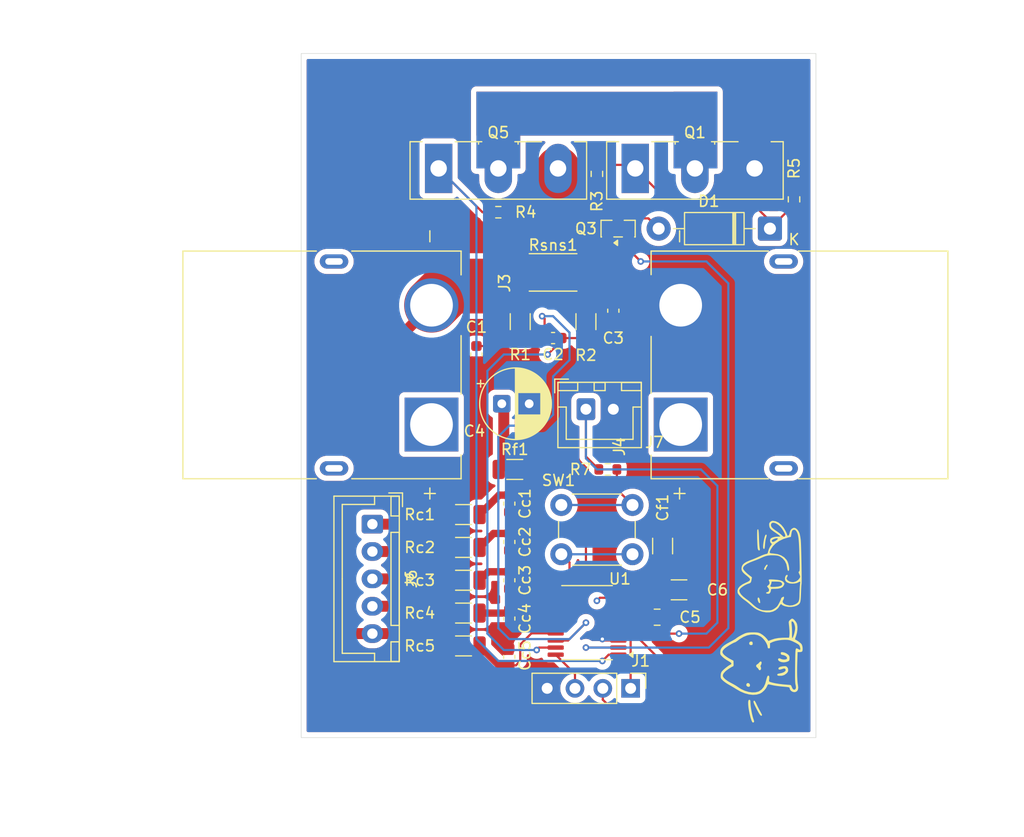
<source format=kicad_pcb>
(kicad_pcb (version 20241229) (generator "pcbnew") (generator_version "9.0")
  (layers (0 "F.Cu" signal) (4 "In1.Cu" signal) (6 "In2.Cu" signal) (2 "B.Cu" signal) (13 "F.Paste" user) (15 "B.Paste" user) (5 "F.SilkS" user "F.Silkscreen") (7 "B.SilkS" user "B.Silkscreen") (1 "F.Mask" user) (3 "B.Mask" user) (25 "Edge.Cuts" user))
  (net 0 "")
  (net 1 "GND")
  (net 2 "Net-(U1-SRP)")
  (net 3 "Net-(U1-SRN)")
  (net 4 "VBUS")
  (net 5 "Net-(U1-CAP1)")
  (net 6 "Net-(U1-REGOUT)")
  (net 7 "Net-(U1-VC5)")
  (net 8 "Net-(U1-VC3)")
  (net 9 "Net-(U1-VC2)")
  (net 10 "Net-(U1-VC1)")
  (net 11 "Net-(U1-VC0)")
  (net 12 "Net-(U1-BAT)")
  (net 13 "Net-(D1-K)")
  (net 14 "Net-(D1-A)")
  (net 15 "Net-(J1-Pin_1)")
  (net 16 "Net-(J1-Pin_3)")
  (net 17 "Net-(J1-Pin_2)")
  (net 18 "Net-(J7-Pin_1)")
  (net 19 "Net-(Q1-D)")
  (net 20 "Net-(Q3-S)")
  (net 21 "Net-(Q5-G)")
  (net 22 "Net-(Q5-S)")
  (net 23 "Net-(R7-Pad1)")
  (net 25 "Net-(J3-NEG)")
  (net 26 "Net-(J6-Pin_3)")
  (net 27 "Net-(J6-Pin_2)")
  (net 28 "Net-(J6-Pin_4)")
  (footprint "Capacitor_SMD:C_0603_1608Metric" (layer "F.Cu") (at 77.5 132.5 90)
    (property "Reference" "C3" (at -2.5 0 0) (layer "F.SilkS"))
    (property "Value" ".1uF")
    (pad "1" smd roundrect (at -0.775 0 90) (size 0.9 0.95) (layers "F.Cu" "F.Mask" "F.Paste") (net 3 "Net-(U1-SRN)"))
    (pad "2" smd roundrect (at 0.775 0 90) (size 0.9 0.95) (layers "F.Cu" "F.Mask" "F.Paste") (net 1 "GND"))
  )
  (footprint "Resistor_SMD:R_2512_6332Metric" (layer "F.Cu") (at 72 129)
    (property "Reference" "Rsns1" (at 0 -2.5 0) (layer "F.SilkS"))
    (property "Value" "5m")
    (pad "1" smd roundrect (at -2.9625 0) (size 1.225 3.35) (layers "F.Cu" "F.Mask" "F.Paste") (roundrect_rratio 0.204082) (net 25 "Net-(J3-NEG)"))
    (pad "2" smd roundrect (at 2.9625 0) (size 1.225 3.35) (layers "F.Cu" "F.Mask" "F.Paste") (roundrect_rratio 0.204082) (net 22 "Net-(Q5-S)"))
  )
  (footprint "Resistor_SMD:R_1206_3216Metric" (layer "F.Cu") (at 63.825 160.125)
    (property "Reference" "Rc4" (at -4 0 0) (layer "F.SilkS"))
    (property "Value" "100")
    (pad "1" smd roundrect (at -1.4625 0) (size 1.125 1.75) (layers "F.Cu" "F.Mask" "F.Paste") (roundrect_rratio 0.222222) (net 28 "Net-(J6-Pin_4)"))
    (pad "2" smd roundrect (at 1.4625 0) (size 1.125 1.75) (layers "F.Cu" "F.Mask" "F.Paste") (roundrect_rratio 0.222222) (net 10 "Net-(U1-VC1)"))
  )
  (footprint "Resistor_SMD:R_1206_3216Metric" (layer "F.Cu") (at 63.825 154.125)
    (property "Reference" "Rc2" (at -4 0 0) (layer "F.SilkS"))
    (property "Value" "100")
    (pad "1" smd roundrect (at -1.4625 0) (size 1.125 1.75) (layers "F.Cu" "F.Mask" "F.Paste") (roundrect_rratio 0.222222) (net 27 "Net-(J6-Pin_2)"))
    (pad "2" smd roundrect (at 1.4625 0) (size 1.125 1.75) (layers "F.Cu" "F.Mask" "F.Paste") (roundrect_rratio 0.222222) (net 8 "Net-(U1-VC3)"))
  )
  (footprint "Resistor_SMD:R_0603_1608Metric" (layer "F.Cu") (at 67 123.5)
    (property "Reference" "R4" (at 2.5 0 0) (layer "F.SilkS"))
    (property "Value" "1M")
    (pad "1" smd roundrect (at -0.825 0) (size 0.8 0.95) (layers "F.Cu" "F.Mask" "F.Paste") (net 21 "Net-(Q5-G)"))
    (pad "2" smd roundrect (at 0.825 0) (size 0.8 0.95) (layers "F.Cu" "F.Mask" "F.Paste") (net 22 "Net-(Q5-S)"))
  )
  (footprint "Capacitor_SMD:C_0603_1608Metric" (layer "F.Cu") (at 68 150.125 -90)
    (property "Reference" "Cc1" (at 0 -1.43 90) (layer "F.SilkS"))
    (property "Value" "1uF")
    (pad "1" smd roundrect (at -0.775 0 270) (size 0.9 0.95) (layers "F.Cu" "F.Mask" "F.Paste") (net 7 "Net-(U1-VC5)"))
    (pad "2" smd roundrect (at 0.775 0 270) (size 0.9 0.95) (layers "F.Cu" "F.Mask" "F.Paste") (net 8 "Net-(U1-VC3)"))
  )
  (footprint "Resistor_SMD:R_1206_3216Metric" (layer "F.Cu") (at 63.825 157.125)
    (property "Reference" "Rc3" (at -4 0 0) (layer "F.SilkS"))
    (property "Value" "100")
    (pad "1" smd roundrect (at -1.4625 0) (size 1.125 1.75) (layers "F.Cu" "F.Mask" "F.Paste") (roundrect_rratio 0.222222) (net 26 "Net-(J6-Pin_3)"))
    (pad "2" smd roundrect (at 1.4625 0) (size 1.125 1.75) (layers "F.Cu" "F.Mask" "F.Paste") (roundrect_rratio 0.222222) (net 9 "Net-(U1-VC2)"))
  )
  (footprint "Capacitor_SMD:C_0603_1608Metric" (layer "F.Cu") (at 68 153.625 -90)
    (property "Reference" "Cc2" (at 0 -1.43 90) (layer "F.SilkS"))
    (property "Value" "1uF")
    (pad "1" smd roundrect (at -0.775 0 270) (size 0.9 0.95) (layers "F.Cu" "F.Mask" "F.Paste") (net 8 "Net-(U1-VC3)"))
    (pad "2" smd roundrect (at 0.775 0 270) (size 0.9 0.95) (layers "F.Cu" "F.Mask" "F.Paste") (net 9 "Net-(U1-VC2)"))
  )
  (footprint "Capacitor_SMD:C_1206_3216Metric" (layer "F.Cu") (at 82 154 -90)
    (property "Reference" "Cf1" (at -3.5 0 90) (layer "F.SilkS"))
    (property "Value" "10uF")
    (pad "1" smd roundrect (at -1.475 0 270) (size 1.15 1.8) (layers "F.Cu" "F.Mask" "F.Paste") (roundrect_rratio 0.217391) (net 1 "GND"))
    (pad "2" smd roundrect (at 1.475 0 270) (size 1.15 1.8) (layers "F.Cu" "F.Mask" "F.Paste") (roundrect_rratio 0.217391) (net 12 "Net-(U1-BAT)"))
  )
  (footprint "Connector_PinHeader_2.54mm:PinHeader_1x04_P2.54mm_Vertical" (layer "F.Cu") (at 79.08 167 -90)
    (property "Reference" "J1" (at -2.5 -0.92 0) (layer "F.SilkS"))
    (property "Value" "Conn_01x04_Pin")
    (pad "1" thru_hole rect (at 0 0 270) (size 1.7 1.7) (drill 1) (layers "*.Cu" "*.Mask") (net 15 "Net-(J1-Pin_1)"))
    (pad "2" thru_hole circle (at 0 2.54 270) (size 1.7 1.7) (drill 1) (layers "*.Cu" "*.Mask") (net 17 "Net-(J1-Pin_2)"))
    (pad "3" thru_hole circle (at 0 5.08 270) (size 1.7 1.7) (drill 1) (layers "*.Cu" "*.Mask") (net 16 "Net-(J1-Pin_3)"))
    (pad "4" thru_hole circle (at 0 7.62 270) (size 1.7 1.7) (drill 1) (layers "*.Cu" "*.Mask") (net 1 "GND"))
  )
  (footprint "Capacitor_SMD:C_0603_1608Metric" (layer "F.Cu") (at 68 160.625 -90)
    (property "Reference" "Cc4" (at 0 -1.43 90) (layer "F.SilkS"))
    (property "Value" "1uF")
    (pad "1" smd roundrect (at -0.775 0 270) (size 0.9 0.95) (layers "F.Cu" "F.Mask" "F.Paste") (net 10 "Net-(U1-VC1)"))
    (pad "2" smd roundrect (at 0.775 0 270) (size 0.9 0.95) (layers "F.Cu" "F.Mask" "F.Paste") (net 1 "GND"))
  )
  (footprint "Button_Switch_THT:SW_PUSH_6mm" (layer "F.Cu") (at 72.75 150.25)
    (property "Reference" "SW1" (at -0.25 -2.25 0) (layer "F.SilkS"))
    (property "Value" "SW_Push")
    (pad "1" thru_hole circle (at 0 0 90) (size 2 2) (drill 1.1) (layers "*.Cu" "*.Mask") (net 23 "Net-(R7-Pad1)"))
    (pad "1" thru_hole circle (at 6.5 0 90) (size 2 2) (drill 1.1) (layers "*.Cu" "*.Mask") (net 23 "Net-(R7-Pad1)"))
    (pad "2" thru_hole circle (at 0 4.5 90) (size 2 2) (drill 1.1) (layers "*.Cu" "*.Mask") (net 10 "Net-(U1-VC1)"))
    (pad "2" thru_hole circle (at 6.5 4.5 90) (size 2 2) (drill 1.1) (layers "*.Cu" "*.Mask") (net 10 "Net-(U1-VC1)"))
  )
  (footprint "Capacitor_THT:CP_Radial_D6.3mm_P2.50mm" (layer "F.Cu") (at 67.317621 141)
    (property "Reference" "C4" (at -2.5 2.5 0) (layer "F.SilkS"))
    (property "Value" "100uF")
    (pad "1" thru_hole roundrect (at 0 0) (size 1.6 1.6) (drill 0.8) (layers "*.Cu" "*.Mask") (roundrect_rratio 0.15625) (net 4 "VBUS"))
    (pad "2" thru_hole circle (at 2.5 0) (size 1.6 1.6) (drill 0.8) (layers "*.Cu" "*.Mask") (net 1 "GND"))
  )
  (footprint "Capacitor_SMD:C_0805_2012Metric" (layer "F.Cu") (at 81.5 160.5)
    (property "Reference" "C5" (at 3 0 0) (layer "F.SilkS"))
    (property "Value" "1uF")
    (pad "1" smd roundrect (at -0.95 0) (size 1 1.45) (layers "F.Cu" "F.Mask" "F.Paste") (net 5 "Net-(U1-CAP1)"))
    (pad "2" smd roundrect (at 0.95 0) (size 1 1.45) (layers "F.Cu" "F.Mask" "F.Paste") (net 1 "GND"))
  )
  (footprint "Connector_JST:JST_XH_B2B-XH-A_1x02_P2.50mm_Vertical" (layer "F.Cu") (at 75 141.5)
    (property "Reference" "J7" (at 6.25 3.025 0) (layer "F.SilkS"))
    (property "Value" "JST_XH Thermistor 2 Pin Connector")
    (pad "1" thru_hole roundrect (at 0 0) (size 1.7 2) (drill 1) (layers "*.Cu" "*.Mask") (roundrect_rratio 0.147059) (net 18 "Net-(J7-Pin_1)"))
    (pad "2" thru_hole oval (at 2.5 0) (size 1.7 2) (drill 1) (layers "*.Cu" "*.Mask") (net 1 "GND"))
  )
  (footprint "LOGO" (layer "F.Cu") (at 92 160.5 90)
    (property "Reference" "G***" (hide yes))
    (property "Value" "LOGO" (hide yes))
  )
  (footprint "Capacitor_SMD:C_1206_3216Metric" (layer "F.Cu") (at 83.5 158 180)
    (property "Reference" "C6" (at -3.5 0 0) (layer "F.SilkS"))
    (property "Value" "4.7uF")
    (pad "1" smd roundrect (at -1.475 0 180) (size 1.15 1.8) (layers "F.Cu" "F.Mask" "F.Paste") (roundrect_rratio 0.217391) (net 1 "GND"))
    (pad "2" smd roundrect (at 1.475 0 180) (size 1.15 1.8) (layers "F.Cu" "F.Mask" "F.Paste") (roundrect_rratio 0.217391) (net 6 "Net-(U1-REGOUT)"))
  )
  (footprint "Connector_JST:JST_XH_B5B-XH-A_1x05_P2.50mm_Vertical" (layer "F.Cu") (at 55.5 152 -90)
    (property "Reference" "J6" (at 5 -3.55 90) (layer "F.SilkS"))
    (property "Value" "B5B-XH-A")
    (pad "1" thru_hole roundrect (at 0 0 270) (size 1.7 1.95) (drill 0.95) (layers "*.Cu" "*.Mask") (roundrect_rratio 0.147059) (net 4 "VBUS"))
    (pad "2" thru_hole oval (at 2.5 0 270) (size 1.7 1.95) (drill 0.95) (layers "*.Cu" "*.Mask") (net 27 "Net-(J6-Pin_2)"))
    (pad "3" thru_hole oval (at 5 0 270) (size 1.7 1.95) (drill 0.95) (layers "*.Cu" "*.Mask") (net 26 "Net-(J6-Pin_3)"))
    (pad "4" thru_hole oval (at 7.5 0 270) (size 1.7 1.95) (drill 0.95) (layers "*.Cu" "*.Mask") (net 28 "Net-(J6-Pin_4)"))
    (pad "5" thru_hole oval (at 10 0 270) (size 1.7 1.95) (drill 0.95) (layers "*.Cu" "*.Mask") (net 25 "Net-(J3-NEG)"))
  )
  (footprint "Resistor_SMD:R_1206_3216Metric" (layer "F.Cu") (at 69 133.5 90)
    (property "Reference" "R1" (at -3 0 180) (layer "F.SilkS"))
    (property "Value" "100")
    (pad "1" smd roundrect (at -1.4625 0 90) (size 1.125 1.75) (layers "F.Cu" "F.Mask" "F.Paste") (roundrect_rratio 0.222222) (net 2 "Net-(U1-SRP)"))
    (pad "2" smd roundrect (at 1.4625 0 90) (size 1.125 1.75) (layers "F.Cu" "F.Mask" "F.Paste") (roundrect_rratio 0.222222) (net 25 "Net-(J3-NEG)"))
  )
  (footprint "Package_SO:TSSOP-20_4.4x6.5mm_P0.65mm" (layer "F.Cu") (at 75.1 161 180)
    (property "Reference" "U1" (at -3 4 0) (layer "F.SilkS"))
    (property "Value" "BQ76920PW")
    (pad "1" smd roundrect (at -2.8625 -2.925 180) (size 1.475 0.4) (layers "F.Cu" "F.Mask" "F.Paste") (net 21 "Net-(Q5-G)"))
    (pad "2" smd roundrect (at -2.8625 -2.275 180) (size 1.475 0.4) (layers "F.Cu" "F.Mask" "F.Paste") (net 20 "Net-(Q3-S)"))
    (pad "3" smd roundrect (at -2.8625 -1.625 180) (size 1.475 0.4) (layers "F.Cu" "F.Mask" "F.Paste") (net 1 "GND"))
    (pad "4" smd roundrect (at -2.8625 -0.975 180) (size 1.475 0.4) (layers "F.Cu" "F.Mask" "F.Paste") (net 15 "Net-(J1-Pin_1)"))
    (pad "5" smd roundrect (at -2.8625 -0.325 180) (size 1.475 0.4) (layers "F.Cu" "F.Mask" "F.Paste") (net 17 "Net-(J1-Pin_2)"))
    (pad "6" smd roundrect (at -2.8625 0.325 180) (size 1.475 0.4) (layers "F.Cu" "F.Mask" "F.Paste") (net 18 "Net-(J7-Pin_1)"))
    (pad "7" smd roundrect (at -2.8625 0.975 180) (size 1.475 0.4) (layers "F.Cu" "F.Mask" "F.Paste") (net 5 "Net-(U1-CAP1)"))
    (pad "8" smd roundrect (at -2.8625 1.625 180) (size 1.475 0.4) (layers "F.Cu" "F.Mask" "F.Paste") (net 6 "Net-(U1-REGOUT)"))
    (pad "9" smd roundrect (at -2.8625 2.275 180) (size 1.475 0.4) (layers "F.Cu" "F.Mask" "F.Paste") (net 4 "VBUS"))
    (pad "10" smd roundrect (at -2.8625 2.925 180) (size 1.475 0.4) (layers "F.Cu" "F.Mask" "F.Paste") (net 12 "Net-(U1-BAT)"))
    (pad "11" smd roundrect (at 2.8625 2.925 180) (size 1.475 0.4) (layers "F.Cu" "F.Mask" "F.Paste"))
    (pad "12" smd roundrect (at 2.8625 2.275 180) (size 1.475 0.4) (layers "F.Cu" "F.Mask" "F.Paste") (net 7 "Net-(U1-VC5)"))
    (pad "13" smd roundrect (at 2.8625 1.625 180) (size 1.475 0.4) (layers "F.Cu" "F.Mask" "F.Paste") (net 8 "Net-(U1-VC3)"))
    (pad "14" smd roundrect (at 2.8625 0.975 180) (size 1.475 0.4) (layers "F.Cu" "F.Mask" "F.Paste") (net 8 "Net-(U1-VC3)"))
    (pad "15" smd roundrect (at 2.8625 0.325 180) (size 1.475 0.4) (layers "F.Cu" "F.Mask" "F.Paste") (net 9 "Net-(U1-VC2)"))
    (pad "16" smd roundrect (at 2.8625 -0.325 180) (size 1.475 0.4) (layers "F.Cu" "F.Mask" "F.Paste") (net 10 "Net-(U1-VC1)"))
    (pad "17" smd roundrect (at 2.8625 -0.975 180) (size 1.475 0.4) (layers "F.Cu" "F.Mask" "F.Paste") (net 11 "Net-(U1-VC0)"))
    (pad "18" smd roundrect (at 2.8625 -1.625 180) (size 1.475 0.4) (layers "F.Cu" "F.Mask" "F.Paste") (net 2 "Net-(U1-SRP)"))
    (pad "19" smd roundrect (at 2.8625 -2.275 180) (size 1.475 0.4) (layers "F.Cu" "F.Mask" "F.Paste") (net 3 "Net-(U1-SRN)"))
    (pad "20" smd roundrect (at 2.8625 -2.925 180) (size 1.475 0.4) (layers "F.Cu" "F.Mask" "F.Paste") (net 16 "Net-(J1-Pin_3)"))
  )
  (footprint "Diode_THT:D_DO-41_SOD81_P10.16mm_Horizontal" (layer "F.Cu") (at 91.8 125 180)
    (property "Reference" "D1" (at 5.58 2.5 0) (layer "F.SilkS"))
    (property "Value" "1N4004")
    (fp_text user "K" (at -2.2 -1 0) (layer "F.SilkS"))
    (pad "1" thru_hole roundrect (at 0 0 180) (size 2.2 2.2) (drill 1.1) (layers "*.Cu" "*.Mask") (roundrect_rratio 0.113636) (net 13 "Net-(D1-K)"))
    (pad "2" thru_hole circle (at 10.16 0 180) (size 2.2 2.2) (drill 1.1) (layers "*.Cu" "*.Mask") (net 14 "Net-(D1-A)"))
  )
  (footprint "Resistor_SMD:R_1206_3216Metric" (layer "F.Cu") (at 63.825 163.125)
    (property "Reference" "Rc5" (at -4 0 0) (layer "F.SilkS"))
    (property "Value" "100")
    (pad "1" smd roundrect (at -1.4625 0) (size 1.125 1.75) (layers "F.Cu" "F.Mask" "F.Paste") (roundrect_rratio 0.222222) (net 25 "Net-(J3-NEG)"))
    (pad "2" smd roundrect (at 1.4625 0) (size 1.125 1.75) (layers "F.Cu" "F.Mask" "F.Paste") (roundrect_rratio 0.222222) (net 11 "Net-(U1-VC0)"))
  )
  (footprint "Capacitor_SMD:C_0603_1608Metric" (layer "F.Cu") (at 68 164.125 -90)
    (property "Reference" "Cc5" (at -0.125 -1.43 90) (layer "F.SilkS"))
    (property "Value" "1uF")
    (pad "1" smd roundrect (at -0.775 0 270) (size 0.9 0.95) (layers "F.Cu" "F.Mask" "F.Paste") (net 1 "GND"))
    (pad "2" smd roundrect (at 0.775 0 270) (size 0.9 0.95) (layers "F.Cu" "F.Mask" "F.Paste") (net 11 "Net-(U1-VC0)"))
  )
  (footprint "Resistor_SMD:R_1206_3216Metric" (layer "F.Cu") (at 68.5 147)
    (property "Reference" "Rf1" (at 0 -1.83 0) (layer "F.SilkS"))
    (property "Value" "100")
    (pad "1" smd roundrect (at -1.4625 0) (size 1.125 1.75) (layers "F.Cu" "F.Mask" "F.Paste") (roundrect_rratio 0.222222) (net 4 "VBUS"))
    (pad "2" smd roundrect (at 1.4625 0) (size 1.125 1.75) (layers "F.Cu" "F.Mask" "F.Paste") (roundrect_rratio 0.222222) (net 12 "Net-(U1-BAT)"))
  )
  (footprint "Package_TO_SOT_THT:TO-247-3_Vertical" (layer "F.Cu") (at 79.5 119.5)
    (property "Reference" "Q1" (at 5.45 -3.28 0) (layer "F.SilkS"))
    (property "Value" "IRFP4468PbF")
    (pad "1" thru_hole rect (at 0 0) (size 2.5 4.5) (drill 1.5) (layers "*.Cu" "*.Mask") (net 13 "Net-(D1-K)"))
    (pad "2" thru_hole oval (at 5.45 0) (size 2.5 4.5) (drill 1.5) (layers "*.Cu" "*.Mask") (net 19 "Net-(Q1-D)"))
    (pad "3" thru_hole oval (at 10.9 0) (size 2.5 4.5) (drill 1.5) (layers "*.Cu" "*.Mask") (net 1 "GND"))
  )
  (footprint "Resistor_SMD:R_0603_1608Metric" (layer "F.Cu") (at 76 120 90)
    (property "Reference" "R3" (at -2.5 0 90) (layer "F.SilkS"))
    (property "Value" "1M")
    (pad "1" smd roundrect (at -0.825 0 90) (size 0.8 0.95) (layers "F.Cu" "F.Mask" "F.Paste") (net 14 "Net-(D1-A)"))
    (pad "2" smd roundrect (at 0.825 0 90) (size 0.8 0.95) (layers "F.Cu" "F.Mask" "F.Paste") (net 13 "Net-(D1-K)"))
  )
  (footprint "footprints:AMASS_XT90PW-M" (layer "F.Cu") (at 93.05 137.45 90)
    (property "Reference" "J4" (at -7.475 -15.005 90) (layer "F.SilkS"))
    (property "Value" "XT90PW-M")
    (pad "N" thru_hole circle (at 5.45 -9.4 90) (size 4.916 4.916) (drill 3.9) (layers "*.Cu" "*.Mask") (net 1 "GND"))
    (pad "NC" thru_hole oval (at -9.45 0 90) (size 1.3 2.6) (drill oval 0.6 1.6) (layers "*.Cu" "*.Mask"))
    (pad "NC" thru_hole oval (at 9.45 0 90) (size 1.3 2.6) (drill oval 0.6 1.6) (layers "*.Cu" "*.Mask"))
    (pad "P" thru_hole rect (at -5.45 -9.4 90) (size 4.916 4.916) (drill 3.9) (layers "*.Cu" "*.Mask") (net 4 "VBUS"))
  )
  (footprint "footprints:AMASS_XT90PW-F" (layer "F.Cu") (at 52 137.45 -90)
    (property "Reference" "J3" (at -7.475 -15.565 90) (layer "F.SilkS"))
    (property "Value" "XT90PW-F")
    (pad "N" thru_hole circle (at -5.45 -8.9 270) (size 4.916 4.916) (drill 3.9) (layers "*.Cu" "*.Mask") (net 25 "Net-(J3-NEG)"))
    (pad "NC" thru_hole oval (at -9.45 0 270) (size 1.3 2.6) (drill oval 0.6 1.6) (layers "*.Cu" "*.Mask"))
    (pad "NC" thru_hole oval (at 9.45 0 270) (size 1.3 2.6) (drill oval 0.6 1.6) (layers "*.Cu" "*.Mask"))
    (pad "P" thru_hole rect (at 5.45 -8.9 270) (size 4.916 4.916) (drill 3.9) (layers "*.Cu" "*.Mask") (net 4 "VBUS"))
  )
  (footprint "Resistor_SMD:R_0603_1608Metric" (layer "F.Cu") (at 77 147 180)
    (property "Reference" "R7" (at 2.5 0 0) (layer "F.SilkS"))
    (property "Value" "10k")
    (pad "1" smd roundrect (at -0.825 0 180) (size 0.8 0.95) (layers "F.Cu" "F.Mask" "F.Paste") (net 23 "Net-(R7-Pad1)"))
    (pad "2" smd roundrect (at 0.825 0 180) (size 0.8 0.95) (layers "F.Cu" "F.Mask" "F.Paste") (net 18 "Net-(J7-Pin_1)"))
  )
  (footprint "Resistor_SMD:R_1206_3216Metric" (layer "F.Cu") (at 75 133.5 90)
    (property "Reference" "R2" (at -3.07 0 180) (layer "F.SilkS"))
    (property "Value" "100")
    (pad "1" smd roundrect (at -1.4625 0 90) (size 1.125 1.75) (layers "F.Cu" "F.Mask" "F.Paste") (roundrect_rratio 0.222222) (net 3 "Net-(U1-SRN)"))
    (pad "2" smd roundrect (at 1.4625 0 90) (size 1.125 1.75) (layers "F.Cu" "F.Mask" "F.Paste") (roundrect_rratio 0.222222) (net 22 "Net-(Q5-S)"))
  )
  (footprint "Resistor_SMD:R_0603_1608Metric" (layer "F.Cu") (at 94 122.325 -90)
    (property "Reference" "R5" (at -2.825 0 90) (layer "F.SilkS"))
    (property "Value" "1M")
    (pad "1" smd roundrect (at -0.825 0 270) (size 0.8 0.95) (layers "F.Cu" "F.Mask" "F.Paste") (net 1 "GND"))
    (pad "2" smd roundrect (at 0.825 0 270) (size 0.8 0.95) (layers "F.Cu" "F.Mask" "F.Paste") (net 13 "Net-(D1-K)"))
  )
  (footprint "Capacitor_SMD:C_0603_1608Metric" (layer "F.Cu") (at 65 136.5 90)
    (property "Reference" "C1" (at 2.5 0 0) (layer "F.SilkS"))
    (property "Value" ".1uF")
    (pad "1" smd roundrect (at -0.775 0 90) (size 0.9 0.95) (layers "F.Cu" "F.Mask" "F.Paste") (net 1 "GND"))
    (pad "2" smd roundrect (at 0.775 0 90) (size 0.9 0.95) (layers "F.Cu" "F.Mask" "F.Paste") (net 2 "Net-(U1-SRP)"))
  )
  (footprint "Package_TO_SOT_SMD:SOT-23" (layer "F.Cu") (at 77.9375 125 90)
    (property "Reference" "Q3" (at 0 -2.9375 180) (layer "F.SilkS"))
    (property "Value" "BSS84")
    (pad "1" smd roundrect (at -0.9375 -0.95 90) (size 1.475 0.6) (layers "F.Cu" "F.Mask" "F.Paste") (net 1 "GND"))
    (pad "2" smd roundrect (at -0.9375 0.95 90) (size 1.475 0.6) (layers "F.Cu" "F.Mask" "F.Paste") (net 20 "Net-(Q3-S)"))
    (pad "3" smd roundrect (at 0.9375 0 90) (size 1.475 0.6) (layers "F.Cu" "F.Mask" "F.Paste") (net 14 "Net-(D1-A)"))
  )
  (footprint "Capacitor_SMD:C_0603_1608Metric" (layer "F.Cu") (at 68 157.125 -90)
    (property "Reference" "Cc3" (at 0 -1.43 90) (layer "F.SilkS"))
    (property "Value" "1uF")
    (pad "1" smd roundrect (at -0.775 0 270) (size 0.9 0.95) (layers "F.Cu" "F.Mask" "F.Paste") (net 9 "Net-(U1-VC2)"))
    (pad "2" smd roundrect (at 0.775 0 270) (size 0.9 0.95) (layers "F.Cu" "F.Mask" "F.Paste") (net 10 "Net-(U1-VC1)"))
  )
  (footprint "Capacitor_SMD:C_0603_1608Metric" (layer "F.Cu") (at 72 135)
    (property "Reference" "C2" (at 0 1.5 0) (layer "F.SilkS"))
    (property "Value" ".1uF")
    (pad "1" smd roundrect (at -0.775 0) (size 0.9 0.95) (layers "F.Cu" "F.Mask" "F.Paste") (net 2 "Net-(U1-SRP)"))
    (pad "2" smd roundrect (at 0.775 0) (size 0.9 0.95) (layers "F.Cu" "F.Mask" "F.Paste") (net 3 "Net-(U1-SRN)"))
  )
  (footprint "Resistor_SMD:R_1206_3216Metric" (layer "F.Cu") (at 63.825 151.125)
    (property "Reference" "Rc1" (at -4 0 0) (layer "F.SilkS"))
    (property "Value" "100")
    (pad "1" smd roundrect (at -1.4625 0) (size 1.125 1.75) (layers "F.Cu" "F.Mask" "F.Paste") (roundrect_rratio 0.222222) (net 4 "VBUS"))
    (pad "2" smd roundrect (at 1.4625 0) (size 1.125 1.75) (layers "F.Cu" "F.Mask" "F.Paste") (roundrect_rratio 0.222222) (net 7 "Net-(U1-VC5)"))
  )
  (footprint "Package_TO_SOT_THT:TO-247-3_Vertical" (layer "F.Cu") (at 61.55 119.5)
    (property "Reference" "Q5" (at 5.45 -3.28 0) (layer "F.SilkS"))
    (property "Value" "IRFP4468PbF")
    (pad "1" thru_hole rect (at 0 0) (size 2.5 4.5) (drill 1.5) (layers "*.Cu" "*.Mask") (net 21 "Net-(Q5-G)"))
    (pad "2" thru_hole oval (at 5.45 0) (size 2.5 4.5) (drill 1.5) (layers "*.Cu" "*.Mask") (net 19 "Net-(Q1-D)"))
    (pad "3" thru_hole oval (at 10.9 0) (size 2.5 4.5) (drill 1.5) (layers "*.Cu" "*.Mask") (net 22 "Net-(Q5-S)"))
  )
  (gr_poly (pts (xy 65 112.5) (xy 87 112.5) (xy 87 116.5) (xy 65 116.5)) (fill yes) (layer "F.Cu") (net 19))
  (gr_poly (pts (xy 65 112.5) (xy 69 112.5) (xy 69 119.5) (xy 65 119.5)) (fill yes) (layer "F.Cu") (net 19))
  (gr_poly (pts (xy 83 112.5) (xy 87 112.5) (xy 87 119.5) (xy 83 119.5)) (fill yes) (layer "F.Cu") (net 19))
  (gr_poly (pts (xy 65 112.5) (xy 87 112.5) (xy 87 116.5) (xy 65 116.5)) (fill yes) (layer "B.Cu") (net 19))
  (gr_poly (pts (xy 83 112.5) (xy 87 112.5) (xy 87 119.5) (xy 83 119.5)) (fill yes) (layer "B.Cu") (net 19))
  (gr_poly (pts (xy 65 112.5) (xy 69 112.5) (xy 69 119.5) (xy 65 119.5)) (fill yes) (layer "B.Cu") (net 19))
  (gr_rect (start 49 109) (end 96 171.5) (stroke (width 0.05)) (fill no) (layer "Edge.Cuts"))
  (segment (start 68 161.4) (end 68 163.35) (width 0.67) (layer "F.Cu") (net 1))
  (segment (start 76.625 162.625) (end 76.5 162.5) (width 0.2) (layer "F.Cu") (net 1))
  (segment (start 77.9625 162.625) (end 76.625 162.625) (width 0.2) (layer "F.Cu") (net 1))
  (via (at 76.5 162.5) (size 0.6) (drill 0.3) (layers "F.Cu" "B.Cu") (net 1))
  (segment (start 69.0375 135) (end 69 134.9625) (width 0.2) (layer "F.Cu") (net 2))
  (segment (start 71.225 135) (end 69.0375 135) (width 0.2) (layer "F.Cu") (net 2))
  (segment (start 72.2375 162.625) (end 73.375 162.625) (width 0.2) (layer "F.Cu") (net 2))
  (segment (start 68.9625 135) (end 69 134.9625) (width 0.2) (layer "F.Cu") (net 2))
  (segment (start 71 133) (end 71.225 133.225) (width 0.2) (layer "F.Cu") (net 2))
  (segment (start 66.45 135.725) (end 67.175 135) (width 0.2) (layer "F.Cu") (net 2))
  (segment (start 73.375 162.625) (end 75 161) (width 0.2) (layer "F.Cu") (net 2))
  (segment (start 71.225 133.225) (end 71.225 135) (width 0.2) (layer "F.Cu") (net 2))
  (segment (start 67.175 135) (end 68.9625 135) (width 0.2) (layer "F.Cu") (net 2))
  (segment (start 65 135.725) (end 66.45 135.725) (width 0.2) (layer "F.Cu") (net 2))
  (via (at 71 133) (size 0.6) (drill 0.3) (layers "F.Cu" "B.Cu") (net 2))
  (via (at 75 161) (size 0.6) (drill 0.3) (layers "F.Cu" "B.Cu") (net 2))
  (segment (start 73.5 134.5) (end 72 133) (width 0.2) (layer "B.Cu") (net 2))
  (segment (start 67 161.5) (end 67 144) (width 0.2) (layer "B.Cu") (net 2))
  (segment (start 67 144) (end 67.5 143.5) (width 0.2) (layer "B.Cu") (net 2))
  (segment (start 72 138.5) (end 73.5 137) (width 0.2) (layer "B.Cu") (net 2))
  (segment (start 73.5 162.5) (end 68 162.5) (width 0.2) (layer "B.Cu") (net 2))
  (segment (start 71 143) (end 72 142) (width 0.2) (layer "B.Cu") (net 2))
  (segment (start 72 142) (end 72 138.5) (width 0.2) (layer "B.Cu") (net 2))
  (segment (start 68 143) (end 68.5 143) (width 0.2) (layer "B.Cu") (net 2))
  (segment (start 68 162.5) (end 67 161.5) (width 0.2) (layer "B.Cu") (net 2))
  (segment (start 72 133) (end 71 133) (width 0.2) (layer "B.Cu") (net 2))
  (segment (start 75 161) (end 73.5 162.5) (width 0.2) (layer "B.Cu") (net 2))
  (segment (start 68.5 143) (end 71 143) (width 0.2) (layer "B.Cu") (net 2))
  (segment (start 73.5 137) (end 73.5 134.5) (width 0.2) (layer "B.Cu") (net 2))
  (segment (start 67.5 143.5) (end 68 143) (width 0.2) (layer "B.Cu") (net 2))
  (segment (start 75.0375 134.9625) (end 76.725 133.275) (width 0.2) (layer "F.Cu") (net 3))
  (segment (start 72.775 135) (end 74.9625 135) (width 0.2) (layer "F.Cu") (net 3))
  (segment (start 74.9625 135) (end 75 134.9625) (width 0.2) (layer "F.Cu") (net 3))
  (segment (start 72.2375 163.275) (end 70.725 163.275) (width 0.2) (layer "F.Cu") (net 3))
  (segment (start 75 134.9625) (end 75.0375 134.9625) (width 0.2) (layer "F.Cu") (net 3))
  (segment (start 72.775 135.225) (end 72.775 135) (width 0.2) (layer "F.Cu") (net 3))
  (segment (start 76.725 133.275) (end 77.5 133.275) (width 0.2) (layer "F.Cu") (net 3))
  (segment (start 71.5 136.5) (end 72.775 135.225) (width 0.2) (layer "F.Cu") (net 3))
  (segment (start 70.725 163.275) (end 70.5 163.5) (width 0.2) (layer "F.Cu") (net 3))
  (via (at 70.5 163.5) (size 0.6) (drill 0.3) (layers "F.Cu" "B.Cu") (net 3))
  (via (at 71.5 136.5) (size 0.6) (drill 0.3) (layers "F.Cu" "B.Cu") (net 3))
  (segment (start 67.5 136.5) (end 71.5 136.5) (width 0.2) (layer "B.Cu") (net 3))
  (segment (start 66 162) (end 66 138) (width 0.2) (layer "B.Cu") (net 3))
  (segment (start 67.5 163.5) (end 66 162) (width 0.2) (layer "B.Cu") (net 3))
  (segment (start 66 138) (end 67.5 136.5) (width 0.2) (layer "B.Cu") (net 3))
  (segment (start 70.5 163.5) (end 67.5 163.5) (width 0.2) (layer "B.Cu") (net 3))
  (segment (start 55.5 152) (end 61.4875 152) (width 1) (layer "F.Cu") (net 4))
  (segment (start 67.5 141) (end 67.5 146.5375) (width 1) (layer "F.Cu") (net 4))
  (segment (start 76.275 158.725) (end 76 159) (width 0.2) (layer "F.Cu") (net 4))
  (segment (start 67.5 146.5375) (end 67.0375 147) (width 1) (layer "F.Cu") (net 4))
  (segment (start 77.9625 158.725) (end 76.275 158.725) (width 0.2) (layer "F.Cu") (net 4))
  (segment (start 61.4875 152) (end 62.3625 151.125) (width 1) (layer "F.Cu") (net 4))
  (via (at 76 159) (size 0.6) (drill 0.3) (layers "F.Cu" "B.Cu") (net 4))
  (segment (start 79.575 160.025) (end 80.05 160.5) (width 0.2) (layer "F.Cu") (net 5))
  (segment (start 77.9625 160.025) (end 79.575 160.025) (width 0.2) (layer "F.Cu") (net 5))
  (segment (start 80.05 160.5) (end 80.55 160.5) (width 0.2) (layer "F.Cu") (net 5))
  (segment (start 79.65 159.375) (end 81.025 158) (width 0.2) (layer "F.Cu") (net 6))
  (segment (start 77.9625 159.375) (end 79.65 159.375) (width 0.2) (layer "F.Cu") (net 6))
  (segment (start 82.025 158) (end 81.025 158) (width 0.2) (layer "F.Cu") (net 6))
  (segment (start 70 158) (end 70 151) (width 0.2) (layer "F.Cu") (net 7))
  (segment (start 65.2875 151.125) (end 67.0625 149.35) (width 0.67) (layer "F.Cu") (net 7))
  (segment (start 70.725 158.725) (end 70 158) (width 0.2) (layer "F.Cu") (net 7))
  (segment (start 72.2375 158.725) (end 70.725 158.725) (width 0.2) (layer "F.Cu") (net 7))
  (segment (start 67.0625 149.35) (end 68 149.35) (width 0.67) (layer "F.Cu") (net 7))
  (segment (start 70 151) (end 68.35 149.35) (width 0.2) (layer "F.Cu") (net 7))
  (segment (start 68.35 149.35) (end 68 149.35) (width 0.2) (layer "F.Cu") (net 7))
  (segment (start 69.5 159.5) (end 69.5 154.35) (width 0.2) (layer "F.Cu") (net 8))
  (segment (start 70.025 160.025) (end 69.5 159.5) (width 0.2) (layer "F.Cu") (net 8))
  (segment (start 66.5625 152.85) (end 68 152.85) (width 0.67) (layer "F.Cu") (net 8))
  (segment (start 72.2375 160.025) (end 70.025 160.025) (width 0.2) (layer "F.Cu") (net 8))
  (segment (start 65.2875 154.125) (end 66.5625 152.85) (width 0.67) (layer "F.Cu") (net 8))
  (segment (start 69.5 154.35) (end 68 152.85) (width 0.2) (layer "F.Cu") (net 8))
  (segment (start 72.2375 159.375) (end 72.2375 160.025) (width 0.2) (layer "F.Cu") (net 8))
  (segment (start 68 150.9) (end 68 152.85) (width 0.67) (layer "F.Cu") (net 8))
  (segment (start 68 154.4) (end 68 156.35) (width 0.67) (layer "F.Cu") (net 9))
  (segment (start 65.2875 157.125) (end 66.0625 156.35) (width 0.67) (layer "F.Cu") (net 9))
  (segment (start 69 157.35) (end 68 156.35) (width 0.2) (layer "F.Cu") (net 9))
  (segment (start 66.0625 156.35) (end 68 156.35) (width 0.67) (layer "F.Cu") (net 9))
  (segment (start 69.675 160.675) (end 69 160) (width 0.2) (layer "F.Cu") (net 9))
  (segment (start 69 160) (end 69 157.35) (width 0.2) (layer "F.Cu") (net 9))
  (segment (start 72.2375 160.675) (end 69.675 160.675) (width 0.2) (layer "F.Cu") (net 9))
  (segment (start 68 160) (end 68 159.85) (width 0.2) (layer "F.Cu") (net 10))
  (segment (start 72.75 154.75) (end 73.5 155.5) (width 0.2) (layer "F.Cu") (net 10))
  (segment (start 73.5 155.5) (end 73.5 161) (width 0.2) (layer "F.Cu") (net 10))
  (segment (start 69.325 161.325) (end 68 160) (width 0.2) (layer "F.Cu") (net 10))
  (segment (start 73.5 161) (end 73.175 161.325) (width 0.2) (layer "F.Cu") (net 10))
  (segment (start 65.2875 160.125) (end 67.725 160.125) (width 0.67) (layer "F.Cu") (net 10))
  (segment (start 67.725 160.125) (end 68 159.85) (width 0.67) (layer "F.Cu") (net 10))
  (segment (start 72.2375 161.325) (end 69.325 161.325) (width 0.2) (layer "F.Cu") (net 10))
  (segment (start 73.175 161.325) (end 72.2375 161.325) (width 0.2) (layer "F.Cu") (net 10))
  (segment (start 68 157.9) (end 68 159.85) (width 0.67) (layer "F.Cu") (net 10))
  (segment (start 79.25 154.75) (end 72.75 154.75) (width 0.2) (layer "B.Cu") (net 10))
  (segment (start 69 163) (end 69 164.5) (width 0.2) (layer "F.Cu") (net 11))
  (segment (start 69 164.5) (end 68.6 164.9) (width 0.2) (layer "F.Cu") (net 11))
  (segment (start 67.0625 164.9) (end 68 164.9) (width 0.67) (layer "F.Cu") (net 11))
  (segment (start 72.2375 161.975) (end 70.025 161.975) (width 0.2) (layer "F.Cu") (net 11))
  (segment (start 65.2875 163.125) (end 67.0625 164.9) (width 0.67) (layer "F.Cu") (net 11))
  (segment (start 68.6 164.9) (end 68 164.9) (width 0.2) (layer "F.Cu") (net 11))
  (segment (start 70.025 161.975) (end 69 163) (width 0.2) (layer "F.Cu") (net 11))
  (segment (start 69.9625 149.9625) (end 69.9625 147) (width 0.2) (layer "F.Cu") (net 12))
  (segment (start 72.5 152.5) (end 69.9625 149.9625) (width 0.2) (layer "F.Cu") (net 12))
  (segment (start 79.4 158.075) (end 82 155.475) (width 0.2) (layer "F.Cu") (net 12))
  (segment (start 73.5 152.5) (end 72.5 152.5) (width 0.2) (layer "F.Cu") (net 12))
  (segment (start 77.9625 158.075) (end 79.4 158.075) (width 0.2) (layer "F.Cu") (net 12))
  (segment (start 75 156.5) (end 75 154) (width 0.2) (layer "F.Cu") (net 12))
  (segment (start 76.575 158.075) (end 75 156.5) (width 0.2) (layer "F.Cu") (net 12))
  (segment (start 75 154) (end 73.5 152.5) (width 0.2) (layer "F.Cu") (net 12))
  (segment (start 77.9625 158.075) (end 76.575 158.075) (width 0.2) (layer "F.Cu") (net 12))
  (segment (start 94 123.15) (end 93.65 123.15) (width 0.2) (layer "F.Cu") (net 13))
  (segment (start 93.65 123.15) (end 91.8 125) (width 0.2) (layer "F.Cu") (net 13))
  (segment (start 79.175 119.175) (end 79.5 119.5) (width 0.2) (layer "F.Cu") (net 13))
  (segment (start 90.5 123) (end 83 123) (width 0.2) (layer "F.Cu") (net 13))
  (segment (start 76 119.175) (end 79.175 119.175) (width 0.2) (layer "F.Cu") (net 13))
  (segment (start 91.8 125) (end 91.8 124.3) (width 0.2) (layer "F.Cu") (net 13))
  (segment (start 83 123) (end 79.5 119.5) (width 0.2) (layer "F.Cu") (net 13))
  (segment (start 91.8 124.3) (end 90.5 123) (width 0.2) (layer "F.Cu") (net 13))
  (segment (start 76 122.125) (end 77.9375 124.0625) (width 0.2) (layer "F.Cu") (net 14))
  (segment (start 76 120.825) (end 76 122.125) (width 0.2) (layer "F.Cu") (net 14))
  (segment (start 80.7025 124.0625) (end 77.9375 124.0625) (width 0.2) (layer "F.Cu") (net 14))
  (segment (start 81.64 125) (end 80.7025 124.0625) (width 0.2) (layer "F.Cu") (net 14))
  (segment (start 79.08 162.355001) (end 79.08 167) (width 0.2) (layer "F.Cu") (net 15))
  (segment (start 77.9625 161.975) (end 78.699999 161.975) (width 0.2) (layer "F.Cu") (net 15))
  (segment (start 78.699999 161.975) (end 79.08 162.355001) (width 0.2) (layer "F.Cu") (net 15))
  (segment (start 74 165.6875) (end 74 167) (width 0.2) (layer "F.Cu") (net 16))
  (segment (start 72.2375 163.925) (end 74 165.6875) (width 0.2) (layer "F.Cu") (net 16))
  (segment (start 81.5 164.125001) (end 81.5 168.5) (width 0.2) (layer "F.Cu") (net 17))
  (segment (start 81 169) (end 77.5 169) (width 0.2) (layer "F.Cu") (net 17))
  (segment (start 78.699999 161.325) (end 81.5 164.125001) (width 0.2) (layer "F.Cu") (net 17))
  (segment (start 77.5 169) (end 76.54 168.04) (width 0.2) (layer "F.Cu") (net 17))
  (segment (start 77.9625 161.325) (end 78.699999 161.325) (width 0.2) (layer "F.Cu") (net 17))
  (segment (start 81.5 168.5) (end 81 169) (width 0.2) (layer "F.Cu") (net 17))
  (segment (start 76.54 168.04) (end 76.54 167) (width 0.2) (layer "F.Cu") (net 17))
  (segment (start 77.9625 160.675) (end 78.71384 160.675) (width 0.2) (layer "F.Cu") (net 18))
  (segment (start 75 145.825) (end 76.175 147) (width 0.2) (layer "F.Cu") (net 18))
  (segment (start 75 141.5) (end 75 145.825) (width 0.2) (layer "F.Cu") (net 18))
  (segment (start 80.03884 162) (end 83.5 162) (width 0.2) (layer "F.Cu") (net 18))
  (segment (start 78.71384 160.675) (end 80.03884 162) (width 0.2) (layer "F.Cu") (net 18))
  (via (at 83.5 162) (size 0.6) (drill 0.3) (layers "F.Cu" "B.Cu") (net 18))
  (segment (start 86 162) (end 87 161) (width 0.2) (layer "B.Cu") (net 18))
  (segment (start 76 147) (end 75 146) (width 0.2) (layer "B.Cu") (net 18))
  (segment (start 75 146) (end 75 141.5) (width 0.2) (layer "B.Cu") (net 18))
  (segment (start 83.5 162) (end 86 162) (width 0.2) (layer "B.Cu") (net 18))
  (segment (start 87 161) (end 87 148.5) (width 0.2) (layer "B.Cu") (net 18))
  (segment (start 85.5 147) (end 76 147) (width 0.2) (layer "B.Cu") (net 18))
  (segment (start 87 148.5) (end 85.5 147) (width 0.2) (layer "B.Cu") (net 18))
  (segment (start 77.9625 163.275) (end 75 163.275) (width 0.2) (layer "F.Cu") (net 20))
  (segment (start 80 128) (end 78.8875 126.8875) (width 0.2) (layer "F.Cu") (net 20))
  (segment (start 78.8875 126.8875) (end 78.8875 125.9375) (width 0.2) (layer "F.Cu") (net 20))
  (via (at 80 128) (size 0.6) (drill 0.3) (layers "F.Cu" "B.Cu") (net 20))
  (via (at 75 163.275) (size 0.6) (drill 0.3) (layers "F.Cu" "B.Cu") (net 20))
  (segment (start 88 130) (end 86 128) (width 0.2) (layer "B.Cu") (net 20))
  (segment (start 86.225 163.275) (end 88 161.5) (width 0.2) (layer "B.Cu") (net 20))
  (segment (start 88 161.5) (end 88 130) (width 0.2) (layer "B.Cu") (net 20))
  (segment (start 75 163.275) (end 86.225 163.275) (width 0.2) (layer "B.Cu") (net 20))
  (segment (start 86 128) (end 80 128) (width 0.2) (layer "B.Cu") (net 20))
  (segment (start 65.55 123.5) (end 61.55 119.5) (width 0.2) (layer "F.Cu") (net 21))
  (segment (start 77.9625 163.925) (end 77.075 163.925) (width 0.2) (layer "F.Cu") (net 21))
  (segment (start 66.175 123.5) (end 65.55 123.5) (width 0.2) (layer "F.Cu") (net 21))
  (segment (start 77.075 163.925) (end 76.5 164.5) (width 0.2) (layer "F.Cu") (net 21))
  (via (at 76.5 164.5) (size 0.6) (drill 0.3) (layers "F.Cu" "B.Cu") (net 21))
  (segment (start 65 122.95) (end 61.55 119.5) (width 0.2) (layer "B.Cu") (net 21))
  (segment (start 65 162.5) (end 65 122.95) (width 0.2) (layer "B.Cu") (net 21))
  (segment (start 67 164.5) (end 65 162.5) (width 0.2) (layer "B.Cu") (net 21))
  (segment (start 76.5 164.5) (end 67 164.5) (width 0.2) (layer "B.Cu") (net 21))
  (segment (start 68.45 123.5) (end 72.45 119.5) (width 0.2) (layer "F.Cu") (net 22))
  (segment (start 75 132.0375) (end 75 129.0375) (width 0.2) (layer "F.Cu") (net 22))
  (segment (start 72.45 119.5) (end 72.45 127.95) (width 4) (layer "F.Cu") (net 22))
  (segment (start 72.45 127.95) (end 73.5 129) (width 4) (layer "F.Cu") (net 22))
  (segment (start 75 129.0375) (end 74.9625 129) (width 0.2) (layer "F.Cu") (net 22))
  (segment (start 68.45 123.5) (end 67.825 123.5) (width 0.2) (layer "F.Cu") (net 22))
  (segment (start 77.825 147) (end 77.825 148.825) (width 0.2) (layer "F.Cu") (net 23))
  (segment (start 77.825 148.825) (end 79.25 150.25) (width 0.2) (layer "F.Cu") (net 23))
  (segment (start 79.25 150.25) (end 72.75 150.25) (width 0.2) (layer "B.Cu") (net 23))
  (segment (start 55.5 162) (end 61.2375 162) (width 1) (layer "F.Cu") (net 25))
  (segment (start 52 151.5) (end 55.5 148) (width 1) (layer "F.Cu") (net 25))
  (segment (start 55.5 137.4) (end 60.9 132) (width 1) (layer "F.Cu") (net 25))
  (segment (start 67.749 130.249) (end 68 130.5) (width 5) (layer "F.Cu") (net 25))
  (segment (start 52 160.5) (end 52 151.5) (width 1) (layer "F.Cu") (net 25))
  (segment (start 55.5 148) (end 55.5 137.4) (width 1) (layer "F.Cu") (net 25))
  (segment (start 55.5 162) (end 53.5 162) (width 1) (layer "F.Cu") (net 25))
  (segment (start 60.9 132) (end 62.651 130.249) (width 5) (layer "F.Cu") (net 25))
  (segment (start 62.651 130.249) (end 67.749 130.249) (width 5) (layer "F.Cu") (net 25))
  (segment (start 53.5 162) (end 52 160.5) (width 1) (layer "F.Cu") (net 25))
  (segment (start 61.2375 162) (end 62.3625 163.125) (width 1) (layer "F.Cu") (net 25))
  (segment (start 62.2375 157) (end 62.3625 157.125) (width 1) (layer "F.Cu") (net 26))
  (segment (start 55.5 157) (end 62.2375 157) (width 1) (layer "F.Cu") (net 26))
  (segment (start 55.5 154.5) (end 61.9875 154.5) (width 1) (layer "F.Cu") (net 27))
  (segment (start 61.9875 154.5) (end 62.3625 154.125) (width 1) (layer "F.Cu") (net 27))
  (segment (start 61.7375 159.5) (end 62.3625 160.125) (width 1) (layer "F.Cu") (net 28))
  (segment (start 55.5 159.5) (end 61.7375 159.5) (width 1) (layer "F.Cu") (net 28))
  (zone (net 1) (net_name "GND") (layer "F.Cu") (connect_pads yes (clearance 0.5)) (min_thickness 0.25) (fill yes (thermal_gap 0.5) (thermal_bridge_width 0.5))
    (polygon (pts (xy 31 106.112848) (xy 115 104.112848) (xy 115 180.612848) (xy 21.5 178.112848)))
  )
  (zone (net 1) (net_name "GND") (layer "B.Cu") (connect_pads yes (clearance 0.5)) (min_thickness 0.25) (fill yes (thermal_gap 0.5) (thermal_bridge_width 0.5))
    (polygon (pts (xy 31 106.112848) (xy 115 104.112848) (xy 115 180.612848) (xy 21.5 178.112848)))
  )
)
</source>
